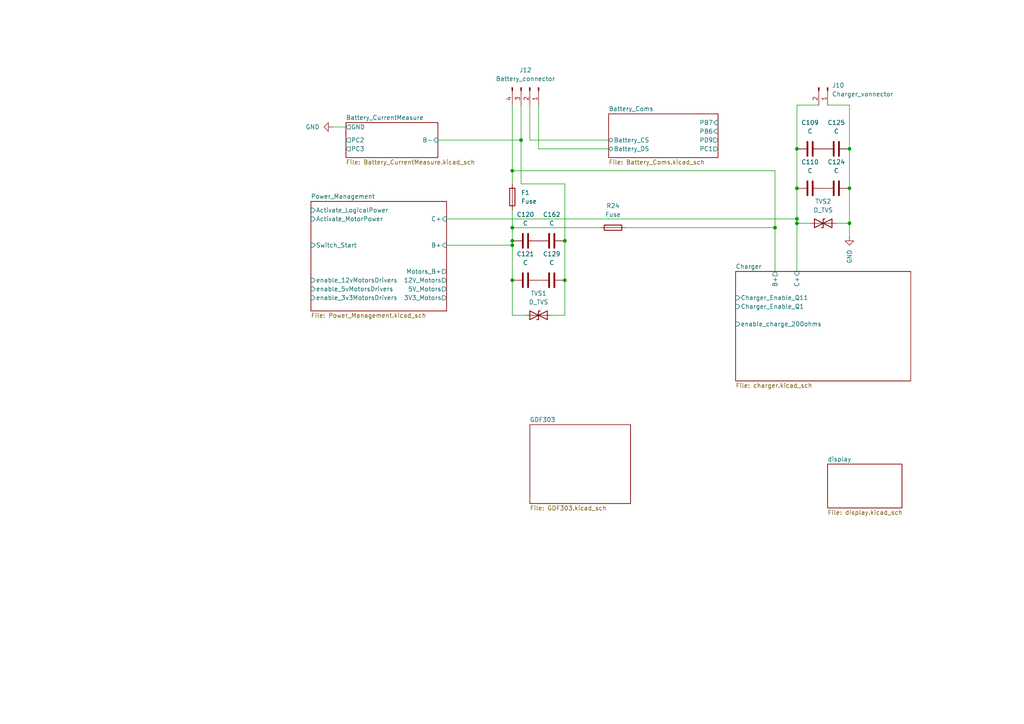
<source format=kicad_sch>
(kicad_sch (version 20211123) (generator eeschema)

  (uuid 03d16a62-8c32-43d3-9015-ab40a133cee3)

  (paper "A4")

  (lib_symbols
    (symbol "Connector:Conn_01x02_Male" (pin_names (offset 1.016) hide) (in_bom yes) (on_board yes)
      (property "Reference" "J" (id 0) (at 0 2.54 0)
        (effects (font (size 1.27 1.27)))
      )
      (property "Value" "Conn_01x02_Male" (id 1) (at 0 -5.08 0)
        (effects (font (size 1.27 1.27)))
      )
      (property "Footprint" "" (id 2) (at 0 0 0)
        (effects (font (size 1.27 1.27)) hide)
      )
      (property "Datasheet" "~" (id 3) (at 0 0 0)
        (effects (font (size 1.27 1.27)) hide)
      )
      (property "ki_keywords" "connector" (id 4) (at 0 0 0)
        (effects (font (size 1.27 1.27)) hide)
      )
      (property "ki_description" "Generic connector, single row, 01x02, script generated (kicad-library-utils/schlib/autogen/connector/)" (id 5) (at 0 0 0)
        (effects (font (size 1.27 1.27)) hide)
      )
      (property "ki_fp_filters" "Connector*:*_1x??_*" (id 6) (at 0 0 0)
        (effects (font (size 1.27 1.27)) hide)
      )
      (symbol "Conn_01x02_Male_1_1"
        (polyline
          (pts
            (xy 1.27 -2.54)
            (xy 0.8636 -2.54)
          )
          (stroke (width 0.1524) (type default) (color 0 0 0 0))
          (fill (type none))
        )
        (polyline
          (pts
            (xy 1.27 0)
            (xy 0.8636 0)
          )
          (stroke (width 0.1524) (type default) (color 0 0 0 0))
          (fill (type none))
        )
        (rectangle (start 0.8636 -2.413) (end 0 -2.667)
          (stroke (width 0.1524) (type default) (color 0 0 0 0))
          (fill (type outline))
        )
        (rectangle (start 0.8636 0.127) (end 0 -0.127)
          (stroke (width 0.1524) (type default) (color 0 0 0 0))
          (fill (type outline))
        )
        (pin passive line (at 5.08 0 180) (length 3.81)
          (name "Pin_1" (effects (font (size 1.27 1.27))))
          (number "1" (effects (font (size 1.27 1.27))))
        )
        (pin passive line (at 5.08 -2.54 180) (length 3.81)
          (name "Pin_2" (effects (font (size 1.27 1.27))))
          (number "2" (effects (font (size 1.27 1.27))))
        )
      )
    )
    (symbol "Connector:Conn_01x04_Male" (pin_names (offset 1.016) hide) (in_bom yes) (on_board yes)
      (property "Reference" "J" (id 0) (at 0 5.08 0)
        (effects (font (size 1.27 1.27)))
      )
      (property "Value" "Conn_01x04_Male" (id 1) (at 0 -7.62 0)
        (effects (font (size 1.27 1.27)))
      )
      (property "Footprint" "" (id 2) (at 0 0 0)
        (effects (font (size 1.27 1.27)) hide)
      )
      (property "Datasheet" "~" (id 3) (at 0 0 0)
        (effects (font (size 1.27 1.27)) hide)
      )
      (property "ki_keywords" "connector" (id 4) (at 0 0 0)
        (effects (font (size 1.27 1.27)) hide)
      )
      (property "ki_description" "Generic connector, single row, 01x04, script generated (kicad-library-utils/schlib/autogen/connector/)" (id 5) (at 0 0 0)
        (effects (font (size 1.27 1.27)) hide)
      )
      (property "ki_fp_filters" "Connector*:*_1x??_*" (id 6) (at 0 0 0)
        (effects (font (size 1.27 1.27)) hide)
      )
      (symbol "Conn_01x04_Male_1_1"
        (polyline
          (pts
            (xy 1.27 -5.08)
            (xy 0.8636 -5.08)
          )
          (stroke (width 0.1524) (type default) (color 0 0 0 0))
          (fill (type none))
        )
        (polyline
          (pts
            (xy 1.27 -2.54)
            (xy 0.8636 -2.54)
          )
          (stroke (width 0.1524) (type default) (color 0 0 0 0))
          (fill (type none))
        )
        (polyline
          (pts
            (xy 1.27 0)
            (xy 0.8636 0)
          )
          (stroke (width 0.1524) (type default) (color 0 0 0 0))
          (fill (type none))
        )
        (polyline
          (pts
            (xy 1.27 2.54)
            (xy 0.8636 2.54)
          )
          (stroke (width 0.1524) (type default) (color 0 0 0 0))
          (fill (type none))
        )
        (rectangle (start 0.8636 -4.953) (end 0 -5.207)
          (stroke (width 0.1524) (type default) (color 0 0 0 0))
          (fill (type outline))
        )
        (rectangle (start 0.8636 -2.413) (end 0 -2.667)
          (stroke (width 0.1524) (type default) (color 0 0 0 0))
          (fill (type outline))
        )
        (rectangle (start 0.8636 0.127) (end 0 -0.127)
          (stroke (width 0.1524) (type default) (color 0 0 0 0))
          (fill (type outline))
        )
        (rectangle (start 0.8636 2.667) (end 0 2.413)
          (stroke (width 0.1524) (type default) (color 0 0 0 0))
          (fill (type outline))
        )
        (pin passive line (at 5.08 2.54 180) (length 3.81)
          (name "Pin_1" (effects (font (size 1.27 1.27))))
          (number "1" (effects (font (size 1.27 1.27))))
        )
        (pin passive line (at 5.08 0 180) (length 3.81)
          (name "Pin_2" (effects (font (size 1.27 1.27))))
          (number "2" (effects (font (size 1.27 1.27))))
        )
        (pin passive line (at 5.08 -2.54 180) (length 3.81)
          (name "Pin_3" (effects (font (size 1.27 1.27))))
          (number "3" (effects (font (size 1.27 1.27))))
        )
        (pin passive line (at 5.08 -5.08 180) (length 3.81)
          (name "Pin_4" (effects (font (size 1.27 1.27))))
          (number "4" (effects (font (size 1.27 1.27))))
        )
      )
    )
    (symbol "Device:C" (pin_numbers hide) (pin_names (offset 0.254)) (in_bom yes) (on_board yes)
      (property "Reference" "C" (id 0) (at 0.635 2.54 0)
        (effects (font (size 1.27 1.27)) (justify left))
      )
      (property "Value" "C" (id 1) (at 0.635 -2.54 0)
        (effects (font (size 1.27 1.27)) (justify left))
      )
      (property "Footprint" "" (id 2) (at 0.9652 -3.81 0)
        (effects (font (size 1.27 1.27)) hide)
      )
      (property "Datasheet" "~" (id 3) (at 0 0 0)
        (effects (font (size 1.27 1.27)) hide)
      )
      (property "ki_keywords" "cap capacitor" (id 4) (at 0 0 0)
        (effects (font (size 1.27 1.27)) hide)
      )
      (property "ki_description" "Unpolarized capacitor" (id 5) (at 0 0 0)
        (effects (font (size 1.27 1.27)) hide)
      )
      (property "ki_fp_filters" "C_*" (id 6) (at 0 0 0)
        (effects (font (size 1.27 1.27)) hide)
      )
      (symbol "C_0_1"
        (polyline
          (pts
            (xy -2.032 -0.762)
            (xy 2.032 -0.762)
          )
          (stroke (width 0.508) (type default) (color 0 0 0 0))
          (fill (type none))
        )
        (polyline
          (pts
            (xy -2.032 0.762)
            (xy 2.032 0.762)
          )
          (stroke (width 0.508) (type default) (color 0 0 0 0))
          (fill (type none))
        )
      )
      (symbol "C_1_1"
        (pin passive line (at 0 3.81 270) (length 2.794)
          (name "~" (effects (font (size 1.27 1.27))))
          (number "1" (effects (font (size 1.27 1.27))))
        )
        (pin passive line (at 0 -3.81 90) (length 2.794)
          (name "~" (effects (font (size 1.27 1.27))))
          (number "2" (effects (font (size 1.27 1.27))))
        )
      )
    )
    (symbol "Device:D_TVS" (pin_numbers hide) (pin_names (offset 1.016) hide) (in_bom yes) (on_board yes)
      (property "Reference" "D" (id 0) (at 0 2.54 0)
        (effects (font (size 1.27 1.27)))
      )
      (property "Value" "D_TVS" (id 1) (at 0 -2.54 0)
        (effects (font (size 1.27 1.27)))
      )
      (property "Footprint" "" (id 2) (at 0 0 0)
        (effects (font (size 1.27 1.27)) hide)
      )
      (property "Datasheet" "~" (id 3) (at 0 0 0)
        (effects (font (size 1.27 1.27)) hide)
      )
      (property "ki_keywords" "diode TVS thyrector" (id 4) (at 0 0 0)
        (effects (font (size 1.27 1.27)) hide)
      )
      (property "ki_description" "Bidirectional transient-voltage-suppression diode" (id 5) (at 0 0 0)
        (effects (font (size 1.27 1.27)) hide)
      )
      (property "ki_fp_filters" "TO-???* *_Diode_* *SingleDiode* D_*" (id 6) (at 0 0 0)
        (effects (font (size 1.27 1.27)) hide)
      )
      (symbol "D_TVS_0_1"
        (polyline
          (pts
            (xy 1.27 0)
            (xy -1.27 0)
          )
          (stroke (width 0) (type default) (color 0 0 0 0))
          (fill (type none))
        )
        (polyline
          (pts
            (xy 0.508 1.27)
            (xy 0 1.27)
            (xy 0 -1.27)
            (xy -0.508 -1.27)
          )
          (stroke (width 0.254) (type default) (color 0 0 0 0))
          (fill (type none))
        )
        (polyline
          (pts
            (xy -2.54 1.27)
            (xy -2.54 -1.27)
            (xy 2.54 1.27)
            (xy 2.54 -1.27)
            (xy -2.54 1.27)
          )
          (stroke (width 0.254) (type default) (color 0 0 0 0))
          (fill (type none))
        )
      )
      (symbol "D_TVS_1_1"
        (pin passive line (at -3.81 0 0) (length 2.54)
          (name "A1" (effects (font (size 1.27 1.27))))
          (number "1" (effects (font (size 1.27 1.27))))
        )
        (pin passive line (at 3.81 0 180) (length 2.54)
          (name "A2" (effects (font (size 1.27 1.27))))
          (number "2" (effects (font (size 1.27 1.27))))
        )
      )
    )
    (symbol "Device:Fuse" (pin_numbers hide) (pin_names (offset 0)) (in_bom yes) (on_board yes)
      (property "Reference" "F" (id 0) (at 2.032 0 90)
        (effects (font (size 1.27 1.27)))
      )
      (property "Value" "Fuse" (id 1) (at -1.905 0 90)
        (effects (font (size 1.27 1.27)))
      )
      (property "Footprint" "" (id 2) (at -1.778 0 90)
        (effects (font (size 1.27 1.27)) hide)
      )
      (property "Datasheet" "~" (id 3) (at 0 0 0)
        (effects (font (size 1.27 1.27)) hide)
      )
      (property "ki_keywords" "fuse" (id 4) (at 0 0 0)
        (effects (font (size 1.27 1.27)) hide)
      )
      (property "ki_description" "Fuse" (id 5) (at 0 0 0)
        (effects (font (size 1.27 1.27)) hide)
      )
      (property "ki_fp_filters" "*Fuse*" (id 6) (at 0 0 0)
        (effects (font (size 1.27 1.27)) hide)
      )
      (symbol "Fuse_0_1"
        (rectangle (start -0.762 -2.54) (end 0.762 2.54)
          (stroke (width 0.254) (type default) (color 0 0 0 0))
          (fill (type none))
        )
        (polyline
          (pts
            (xy 0 2.54)
            (xy 0 -2.54)
          )
          (stroke (width 0) (type default) (color 0 0 0 0))
          (fill (type none))
        )
      )
      (symbol "Fuse_1_1"
        (pin passive line (at 0 3.81 270) (length 1.27)
          (name "~" (effects (font (size 1.27 1.27))))
          (number "1" (effects (font (size 1.27 1.27))))
        )
        (pin passive line (at 0 -3.81 90) (length 1.27)
          (name "~" (effects (font (size 1.27 1.27))))
          (number "2" (effects (font (size 1.27 1.27))))
        )
      )
    )
    (symbol "power:GND" (power) (pin_names (offset 0)) (in_bom yes) (on_board yes)
      (property "Reference" "#PWR" (id 0) (at 0 -6.35 0)
        (effects (font (size 1.27 1.27)) hide)
      )
      (property "Value" "GND" (id 1) (at 0 -3.81 0)
        (effects (font (size 1.27 1.27)))
      )
      (property "Footprint" "" (id 2) (at 0 0 0)
        (effects (font (size 1.27 1.27)) hide)
      )
      (property "Datasheet" "" (id 3) (at 0 0 0)
        (effects (font (size 1.27 1.27)) hide)
      )
      (property "ki_keywords" "power-flag" (id 4) (at 0 0 0)
        (effects (font (size 1.27 1.27)) hide)
      )
      (property "ki_description" "Power symbol creates a global label with name \"GND\" , ground" (id 5) (at 0 0 0)
        (effects (font (size 1.27 1.27)) hide)
      )
      (symbol "GND_0_1"
        (polyline
          (pts
            (xy 0 0)
            (xy 0 -1.27)
            (xy 1.27 -1.27)
            (xy 0 -2.54)
            (xy -1.27 -1.27)
            (xy 0 -1.27)
          )
          (stroke (width 0) (type default) (color 0 0 0 0))
          (fill (type none))
        )
      )
      (symbol "GND_1_1"
        (pin power_in line (at 0 0 270) (length 0) hide
          (name "GND" (effects (font (size 1.27 1.27))))
          (number "1" (effects (font (size 1.27 1.27))))
        )
      )
    )
  )

  (junction (at 148.59 49.53) (diameter 0) (color 0 0 0 0)
    (uuid 096de6d3-e673-4ac4-ad4e-915c29fa092c)
  )
  (junction (at 246.38 64.77) (diameter 0) (color 0 0 0 0)
    (uuid 13d9416d-58e9-48ad-b11f-99527df4720b)
  )
  (junction (at 224.79 66.04) (diameter 0) (color 0 0 0 0)
    (uuid 302937de-834c-4575-a4f3-f366e3268f2c)
  )
  (junction (at 231.14 43.18) (diameter 0) (color 0 0 0 0)
    (uuid 35dab8b3-bb09-4c14-88bd-f4c5f6746730)
  )
  (junction (at 231.14 54.61) (diameter 0) (color 0 0 0 0)
    (uuid 4ed4177c-7642-470e-9e76-be3647c506ab)
  )
  (junction (at 231.14 63.5) (diameter 0) (color 0 0 0 0)
    (uuid 53dce175-b07c-4da7-88b4-fb0ba7b4f6ce)
  )
  (junction (at 151.13 40.64) (diameter 0) (color 0 0 0 0)
    (uuid 72a8b487-4602-4304-a257-01c1372932c0)
  )
  (junction (at 163.83 69.85) (diameter 0) (color 0 0 0 0)
    (uuid 8f8f9bbf-e5f9-4198-a05c-b3b13c8703be)
  )
  (junction (at 246.38 54.61) (diameter 0) (color 0 0 0 0)
    (uuid a1f37d5f-6308-4b06-8e04-56366dc19068)
  )
  (junction (at 231.14 64.77) (diameter 0) (color 0 0 0 0)
    (uuid ad81898c-1d9b-4581-9a38-f768b15628de)
  )
  (junction (at 148.59 66.04) (diameter 0) (color 0 0 0 0)
    (uuid b6e2c50d-d7cc-4aa5-b149-3208b2ac505f)
  )
  (junction (at 148.59 81.28) (diameter 0) (color 0 0 0 0)
    (uuid c0a9fd66-68fa-4bfe-bddc-1691e242e043)
  )
  (junction (at 148.59 71.12) (diameter 0) (color 0 0 0 0)
    (uuid c61c22f7-038b-4bd8-843d-de261c43b656)
  )
  (junction (at 163.83 81.28) (diameter 0) (color 0 0 0 0)
    (uuid daae6699-61bd-4e1f-90f2-25d81b716c68)
  )
  (junction (at 148.59 69.85) (diameter 0) (color 0 0 0 0)
    (uuid e13cd837-2f45-4768-a890-688b9bb33d8e)
  )
  (junction (at 246.38 43.18) (diameter 0) (color 0 0 0 0)
    (uuid f430b71b-2d8a-43e4-8b3a-26ab20f23b67)
  )

  (wire (pts (xy 231.14 64.77) (xy 234.95 64.77))
    (stroke (width 0) (type default) (color 0 0 0 0))
    (uuid 05fe6f80-c8cf-4e2a-9d9d-bf503f7da468)
  )
  (wire (pts (xy 156.21 30.48) (xy 156.21 43.18))
    (stroke (width 0) (type default) (color 0 0 0 0))
    (uuid 1150f7c8-27f6-4c8d-b283-12f82d246ece)
  )
  (wire (pts (xy 246.38 43.18) (xy 246.38 54.61))
    (stroke (width 0) (type default) (color 0 0 0 0))
    (uuid 336f23dd-f9e2-45d4-b1dd-60a4de2202e7)
  )
  (wire (pts (xy 96.52 36.83) (xy 100.33 36.83))
    (stroke (width 0) (type default) (color 0 0 0 0))
    (uuid 387a11f0-5569-477d-9906-4d19d4d0d884)
  )
  (wire (pts (xy 181.61 66.04) (xy 224.79 66.04))
    (stroke (width 0) (type default) (color 0 0 0 0))
    (uuid 38faa0ac-ebc7-4a78-b9fa-2f88615233ac)
  )
  (wire (pts (xy 153.67 40.64) (xy 176.53 40.64))
    (stroke (width 0) (type default) (color 0 0 0 0))
    (uuid 41aacd8f-92da-4393-9dfe-339375e6bd8c)
  )
  (wire (pts (xy 231.14 30.48) (xy 231.14 43.18))
    (stroke (width 0) (type default) (color 0 0 0 0))
    (uuid 4c0ed14b-08ff-4294-aadb-e6ef0940486b)
  )
  (wire (pts (xy 148.59 81.28) (xy 148.59 71.12))
    (stroke (width 0) (type default) (color 0 0 0 0))
    (uuid 4d1b997e-4301-4f31-a2ac-199950f9d966)
  )
  (wire (pts (xy 153.67 30.48) (xy 153.67 40.64))
    (stroke (width 0) (type default) (color 0 0 0 0))
    (uuid 4dc48d3e-e345-46f0-a312-c7c3eb11db73)
  )
  (wire (pts (xy 156.21 43.18) (xy 176.53 43.18))
    (stroke (width 0) (type default) (color 0 0 0 0))
    (uuid 4ee1d75b-2274-40a2-84e1-b8865ee0c42b)
  )
  (wire (pts (xy 148.59 66.04) (xy 148.59 69.85))
    (stroke (width 0) (type default) (color 0 0 0 0))
    (uuid 518f6a15-fe31-466e-ae19-2ed7edf8a63b)
  )
  (wire (pts (xy 148.59 60.96) (xy 148.59 66.04))
    (stroke (width 0) (type default) (color 0 0 0 0))
    (uuid 555aceda-f7cf-4b1c-84c9-d702a52d5553)
  )
  (wire (pts (xy 231.14 54.61) (xy 231.14 63.5))
    (stroke (width 0) (type default) (color 0 0 0 0))
    (uuid 5cec09f3-d66f-49c8-acf1-5db576aa3c6a)
  )
  (wire (pts (xy 163.83 69.85) (xy 163.83 53.34))
    (stroke (width 0) (type default) (color 0 0 0 0))
    (uuid 61e07e06-3a0a-48fd-96f4-d2d816b4fc13)
  )
  (wire (pts (xy 163.83 81.28) (xy 163.83 91.44))
    (stroke (width 0) (type default) (color 0 0 0 0))
    (uuid 70fc459c-a8e5-41cc-b4bf-8a47c47ac155)
  )
  (wire (pts (xy 129.54 71.12) (xy 148.59 71.12))
    (stroke (width 0) (type default) (color 0 0 0 0))
    (uuid 73209971-f0d0-42cc-8338-8d679df1d682)
  )
  (wire (pts (xy 148.59 66.04) (xy 173.99 66.04))
    (stroke (width 0) (type default) (color 0 0 0 0))
    (uuid 76b6057e-7e5b-4023-8157-160d7a5d4a55)
  )
  (wire (pts (xy 148.59 49.53) (xy 224.79 49.53))
    (stroke (width 0) (type default) (color 0 0 0 0))
    (uuid 7a0e000f-3cd9-4753-b4c0-fbe218f7b839)
  )
  (wire (pts (xy 148.59 49.53) (xy 148.59 53.34))
    (stroke (width 0) (type default) (color 0 0 0 0))
    (uuid 7ab20038-0b1f-43b6-bce4-e70f9bcce1d4)
  )
  (wire (pts (xy 163.83 69.85) (xy 163.83 81.28))
    (stroke (width 0) (type default) (color 0 0 0 0))
    (uuid 7bc61b12-b544-4891-bf23-62144a553014)
  )
  (wire (pts (xy 246.38 43.18) (xy 246.38 30.48))
    (stroke (width 0) (type default) (color 0 0 0 0))
    (uuid 7d0559ab-b0eb-41fa-bb80-16dd18608497)
  )
  (wire (pts (xy 246.38 54.61) (xy 246.38 64.77))
    (stroke (width 0) (type default) (color 0 0 0 0))
    (uuid 7f6fc0d2-d891-419e-8e96-2c694ed67f2b)
  )
  (wire (pts (xy 129.54 63.5) (xy 231.14 63.5))
    (stroke (width 0) (type default) (color 0 0 0 0))
    (uuid 83106660-e470-45cf-80ca-2fa16aba8c49)
  )
  (wire (pts (xy 240.03 30.48) (xy 246.38 30.48))
    (stroke (width 0) (type default) (color 0 0 0 0))
    (uuid 8cf3f8c7-a898-4f8c-b411-f754c35ad5b0)
  )
  (wire (pts (xy 160.02 91.44) (xy 163.83 91.44))
    (stroke (width 0) (type default) (color 0 0 0 0))
    (uuid 92aef552-ad10-4a4b-a42f-0bef96d32b9a)
  )
  (wire (pts (xy 246.38 64.77) (xy 246.38 68.58))
    (stroke (width 0) (type default) (color 0 0 0 0))
    (uuid 95722498-c14e-4f70-a356-9b6464ad7020)
  )
  (wire (pts (xy 163.83 53.34) (xy 151.13 53.34))
    (stroke (width 0) (type default) (color 0 0 0 0))
    (uuid a48a35e2-5714-4752-9e02-2f49accdb400)
  )
  (wire (pts (xy 148.59 91.44) (xy 152.4 91.44))
    (stroke (width 0) (type default) (color 0 0 0 0))
    (uuid a8cabdf4-935b-485f-8e83-433294ac4412)
  )
  (wire (pts (xy 151.13 40.64) (xy 151.13 53.34))
    (stroke (width 0) (type default) (color 0 0 0 0))
    (uuid b471c79b-08a0-45eb-b627-d896e7e3d467)
  )
  (wire (pts (xy 231.14 63.5) (xy 231.14 64.77))
    (stroke (width 0) (type default) (color 0 0 0 0))
    (uuid ba33b4ed-af61-4739-8fe9-7125b291eb66)
  )
  (wire (pts (xy 242.57 64.77) (xy 246.38 64.77))
    (stroke (width 0) (type default) (color 0 0 0 0))
    (uuid bd764c04-5b88-48ea-a452-68ac4d0bf315)
  )
  (wire (pts (xy 231.14 43.18) (xy 231.14 54.61))
    (stroke (width 0) (type default) (color 0 0 0 0))
    (uuid bd9b8e5e-7383-4733-9ec7-991860b0853e)
  )
  (wire (pts (xy 224.79 66.04) (xy 224.79 78.74))
    (stroke (width 0) (type default) (color 0 0 0 0))
    (uuid c99ad52d-1723-472a-a946-492e29bc9ec7)
  )
  (wire (pts (xy 148.59 71.12) (xy 148.59 69.85))
    (stroke (width 0) (type default) (color 0 0 0 0))
    (uuid d04052e6-f098-44c5-af67-f93e81418750)
  )
  (wire (pts (xy 224.79 49.53) (xy 224.79 66.04))
    (stroke (width 0) (type default) (color 0 0 0 0))
    (uuid d10e4e02-66c0-4c96-8f8b-8c615b271d95)
  )
  (wire (pts (xy 231.14 64.77) (xy 231.14 78.74))
    (stroke (width 0) (type default) (color 0 0 0 0))
    (uuid d5c52c72-be89-44a6-aec4-dbb30b4a8944)
  )
  (wire (pts (xy 151.13 40.64) (xy 151.13 30.48))
    (stroke (width 0) (type default) (color 0 0 0 0))
    (uuid da316cfb-ddb9-4094-8e76-55d56c8e6d71)
  )
  (wire (pts (xy 148.59 30.48) (xy 148.59 49.53))
    (stroke (width 0) (type default) (color 0 0 0 0))
    (uuid e616b810-7ff6-4b81-9eb2-338b32c7a1dd)
  )
  (wire (pts (xy 148.59 81.28) (xy 148.59 91.44))
    (stroke (width 0) (type default) (color 0 0 0 0))
    (uuid f3b2405a-532c-4b0c-8fa5-05837c7318ea)
  )
  (wire (pts (xy 127 40.64) (xy 151.13 40.64))
    (stroke (width 0) (type default) (color 0 0 0 0))
    (uuid f5b0828b-ef78-4f4a-963f-0301f1013216)
  )
  (wire (pts (xy 231.14 30.48) (xy 237.49 30.48))
    (stroke (width 0) (type default) (color 0 0 0 0))
    (uuid fcf14cb5-2572-40be-b922-23e0b29e3662)
  )

  (symbol (lib_id "power:GND") (at 96.52 36.83 270) (unit 1)
    (in_bom yes) (on_board yes) (fields_autoplaced)
    (uuid 1f5ccfaf-e57c-49dc-a84c-f97d6ce82bd2)
    (property "Reference" "#PWR?" (id 0) (at 90.17 36.83 0)
      (effects (font (size 1.27 1.27)) hide)
    )
    (property "Value" "GND" (id 1) (at 92.71 36.8299 90)
      (effects (font (size 1.27 1.27)) (justify right))
    )
    (property "Footprint" "" (id 2) (at 96.52 36.83 0)
      (effects (font (size 1.27 1.27)) hide)
    )
    (property "Datasheet" "" (id 3) (at 96.52 36.83 0)
      (effects (font (size 1.27 1.27)) hide)
    )
    (pin "1" (uuid 7c638456-7328-4b00-a79f-9ca69a6bf806))
  )

  (symbol (lib_id "Connector:Conn_01x04_Male") (at 153.67 25.4 270) (unit 1)
    (in_bom yes) (on_board yes) (fields_autoplaced)
    (uuid 2acf689a-1edd-4d3a-be5d-6661004097e1)
    (property "Reference" "J12" (id 0) (at 152.4 20.32 90))
    (property "Value" "Battery_connector" (id 1) (at 152.4 22.86 90))
    (property "Footprint" "" (id 2) (at 153.67 25.4 0)
      (effects (font (size 1.27 1.27)) hide)
    )
    (property "Datasheet" "~" (id 3) (at 153.67 25.4 0)
      (effects (font (size 1.27 1.27)) hide)
    )
    (pin "1" (uuid 9db37d5f-69a1-4a14-a093-17e3cae35e04))
    (pin "2" (uuid bdad7069-2c9d-4045-b5fe-48492a9a83d8))
    (pin "3" (uuid 239dfbfa-7b59-49ae-94c0-665456f5e19a))
    (pin "4" (uuid 41c8d025-c842-42d0-9549-c6b732234d1b))
  )

  (symbol (lib_id "Device:D_TVS") (at 238.76 64.77 0) (unit 1)
    (in_bom yes) (on_board yes) (fields_autoplaced)
    (uuid 55ed8671-6e72-4891-bab4-ccff2c2c6c83)
    (property "Reference" "TVS2" (id 0) (at 238.76 58.42 0))
    (property "Value" "D_TVS" (id 1) (at 238.76 60.96 0))
    (property "Footprint" "" (id 2) (at 238.76 64.77 0)
      (effects (font (size 1.27 1.27)) hide)
    )
    (property "Datasheet" "~" (id 3) (at 238.76 64.77 0)
      (effects (font (size 1.27 1.27)) hide)
    )
    (pin "1" (uuid ec4f5c28-e6b8-438a-95f6-d5d1da86abd8))
    (pin "2" (uuid 9ae308b9-8217-42e5-b13b-cc70ef88cfdc))
  )

  (symbol (lib_id "Device:D_TVS") (at 156.21 91.44 0) (unit 1)
    (in_bom yes) (on_board yes) (fields_autoplaced)
    (uuid 637a2fe8-8c6f-4726-b21a-b9ba71a7a04b)
    (property "Reference" "TVS1" (id 0) (at 156.21 85.09 0))
    (property "Value" "D_TVS" (id 1) (at 156.21 87.63 0))
    (property "Footprint" "" (id 2) (at 156.21 91.44 0)
      (effects (font (size 1.27 1.27)) hide)
    )
    (property "Datasheet" "~" (id 3) (at 156.21 91.44 0)
      (effects (font (size 1.27 1.27)) hide)
    )
    (pin "1" (uuid f0b550cc-b735-41df-9c25-d53beea5dee7))
    (pin "2" (uuid 2ed5f753-a369-4a68-9626-16d91dd40682))
  )

  (symbol (lib_id "Device:C") (at 152.4 81.28 90) (unit 1)
    (in_bom yes) (on_board yes) (fields_autoplaced)
    (uuid 66fb7b2d-b840-4f6a-a145-ad9a5ebef322)
    (property "Reference" "C121" (id 0) (at 152.4 73.66 90))
    (property "Value" "C" (id 1) (at 152.4 76.2 90))
    (property "Footprint" "" (id 2) (at 156.21 80.3148 0)
      (effects (font (size 1.27 1.27)) hide)
    )
    (property "Datasheet" "~" (id 3) (at 152.4 81.28 0)
      (effects (font (size 1.27 1.27)) hide)
    )
    (pin "1" (uuid f6fca802-bac7-46ef-b8b6-652f5a8f90bc))
    (pin "2" (uuid 0c66e646-5325-47f4-94df-044a05f4de05))
  )

  (symbol (lib_id "Device:Fuse") (at 177.8 66.04 90) (unit 1)
    (in_bom yes) (on_board yes) (fields_autoplaced)
    (uuid 6808c87d-38c8-4e1b-ab33-b73ec9d2beaf)
    (property "Reference" "R24" (id 0) (at 177.8 59.69 90))
    (property "Value" "Fuse" (id 1) (at 177.8 62.23 90))
    (property "Footprint" "" (id 2) (at 177.8 67.818 90)
      (effects (font (size 1.27 1.27)) hide)
    )
    (property "Datasheet" "~" (id 3) (at 177.8 66.04 0)
      (effects (font (size 1.27 1.27)) hide)
    )
    (pin "1" (uuid f499be39-7c62-4a16-930c-e12f202dc9af))
    (pin "2" (uuid c8cbb46a-9f82-4a9c-bf8a-3b244d20bd89))
  )

  (symbol (lib_id "Device:C") (at 242.57 54.61 90) (unit 1)
    (in_bom yes) (on_board yes) (fields_autoplaced)
    (uuid 7448c020-5661-4ad8-8fcc-38bc9f39beb2)
    (property "Reference" "C124" (id 0) (at 242.57 46.99 90))
    (property "Value" "C" (id 1) (at 242.57 49.53 90))
    (property "Footprint" "" (id 2) (at 246.38 53.6448 0)
      (effects (font (size 1.27 1.27)) hide)
    )
    (property "Datasheet" "~" (id 3) (at 242.57 54.61 0)
      (effects (font (size 1.27 1.27)) hide)
    )
    (pin "1" (uuid ba27730b-e4fc-4732-a87b-6109bf76c366))
    (pin "2" (uuid c9883e65-fa77-4174-9a08-cc30796c0532))
  )

  (symbol (lib_id "Device:C") (at 234.95 43.18 90) (unit 1)
    (in_bom yes) (on_board yes) (fields_autoplaced)
    (uuid 7c71199c-0f10-4dc3-8c1c-d8302d6d30c0)
    (property "Reference" "C109" (id 0) (at 234.95 35.56 90))
    (property "Value" "C" (id 1) (at 234.95 38.1 90))
    (property "Footprint" "" (id 2) (at 238.76 42.2148 0)
      (effects (font (size 1.27 1.27)) hide)
    )
    (property "Datasheet" "~" (id 3) (at 234.95 43.18 0)
      (effects (font (size 1.27 1.27)) hide)
    )
    (pin "1" (uuid f53b7dc5-6c98-4a59-bbc4-8d5611a39695))
    (pin "2" (uuid 1d52f433-aab7-471b-a515-9ca4488227e3))
  )

  (symbol (lib_id "Device:C") (at 234.95 54.61 90) (unit 1)
    (in_bom yes) (on_board yes) (fields_autoplaced)
    (uuid 97e88582-f5e0-450e-bea9-52f2c16d1ccc)
    (property "Reference" "C110" (id 0) (at 234.95 46.99 90))
    (property "Value" "C" (id 1) (at 234.95 49.53 90))
    (property "Footprint" "" (id 2) (at 238.76 53.6448 0)
      (effects (font (size 1.27 1.27)) hide)
    )
    (property "Datasheet" "~" (id 3) (at 234.95 54.61 0)
      (effects (font (size 1.27 1.27)) hide)
    )
    (pin "1" (uuid aad32637-2d74-482d-b797-eb9f9af02684))
    (pin "2" (uuid 21fe0cf9-a3a7-42dd-8bce-2a016db40f1f))
  )

  (symbol (lib_id "Device:C") (at 160.02 69.85 90) (unit 1)
    (in_bom yes) (on_board yes) (fields_autoplaced)
    (uuid 9cecb452-96c9-4c74-a2d3-2abd7afbe47d)
    (property "Reference" "C162" (id 0) (at 160.02 62.23 90))
    (property "Value" "C" (id 1) (at 160.02 64.77 90))
    (property "Footprint" "" (id 2) (at 163.83 68.8848 0)
      (effects (font (size 1.27 1.27)) hide)
    )
    (property "Datasheet" "~" (id 3) (at 160.02 69.85 0)
      (effects (font (size 1.27 1.27)) hide)
    )
    (pin "1" (uuid d3172e26-df15-4687-b43d-f627737de1b8))
    (pin "2" (uuid e3319a0f-1e5b-4868-95bf-86701df698f7))
  )

  (symbol (lib_id "Device:C") (at 152.4 69.85 90) (unit 1)
    (in_bom yes) (on_board yes) (fields_autoplaced)
    (uuid a047bf02-3f1b-451a-9848-c960d360a67d)
    (property "Reference" "C120" (id 0) (at 152.4 62.23 90))
    (property "Value" "C" (id 1) (at 152.4 64.77 90))
    (property "Footprint" "" (id 2) (at 156.21 68.8848 0)
      (effects (font (size 1.27 1.27)) hide)
    )
    (property "Datasheet" "~" (id 3) (at 152.4 69.85 0)
      (effects (font (size 1.27 1.27)) hide)
    )
    (pin "1" (uuid 6b3da16b-baa0-4e25-987e-bd59d807f178))
    (pin "2" (uuid df5e8022-2acb-45d2-bb94-2b78c419d789))
  )

  (symbol (lib_id "Device:C") (at 242.57 43.18 90) (unit 1)
    (in_bom yes) (on_board yes) (fields_autoplaced)
    (uuid b1fa95a8-6e58-4533-8abe-01ca5a4d1d91)
    (property "Reference" "C125" (id 0) (at 242.57 35.56 90))
    (property "Value" "C" (id 1) (at 242.57 38.1 90))
    (property "Footprint" "" (id 2) (at 246.38 42.2148 0)
      (effects (font (size 1.27 1.27)) hide)
    )
    (property "Datasheet" "~" (id 3) (at 242.57 43.18 0)
      (effects (font (size 1.27 1.27)) hide)
    )
    (pin "1" (uuid 9a523f77-d1be-48b1-97dc-e05cbdb72bb6))
    (pin "2" (uuid 85e7b3b4-fcfc-4d52-a30c-7ece404a818f))
  )

  (symbol (lib_id "Connector:Conn_01x02_Male") (at 240.03 25.4 270) (unit 1)
    (in_bom yes) (on_board yes) (fields_autoplaced)
    (uuid cda0961e-553c-4a26-8fb0-f7707341885c)
    (property "Reference" "J10" (id 0) (at 241.3 24.7649 90)
      (effects (font (size 1.27 1.27)) (justify left))
    )
    (property "Value" "Charger_vonnector" (id 1) (at 241.3 27.3049 90)
      (effects (font (size 1.27 1.27)) (justify left))
    )
    (property "Footprint" "" (id 2) (at 240.03 25.4 0)
      (effects (font (size 1.27 1.27)) hide)
    )
    (property "Datasheet" "~" (id 3) (at 240.03 25.4 0)
      (effects (font (size 1.27 1.27)) hide)
    )
    (pin "1" (uuid 065aa0c3-4e6e-4a7a-8b6e-390e2c435b5a))
    (pin "2" (uuid f9af7b3b-f861-4a1e-8d00-d268c3acdbc5))
  )

  (symbol (lib_id "Device:C") (at 160.02 81.28 90) (unit 1)
    (in_bom yes) (on_board yes) (fields_autoplaced)
    (uuid db46a86c-0208-4561-855b-9ba278020995)
    (property "Reference" "C129" (id 0) (at 160.02 73.66 90))
    (property "Value" "C" (id 1) (at 160.02 76.2 90))
    (property "Footprint" "" (id 2) (at 163.83 80.3148 0)
      (effects (font (size 1.27 1.27)) hide)
    )
    (property "Datasheet" "~" (id 3) (at 160.02 81.28 0)
      (effects (font (size 1.27 1.27)) hide)
    )
    (pin "1" (uuid dbe5345d-d37b-4068-8155-9d5292e29609))
    (pin "2" (uuid 1c7fee20-e4a7-4fa8-b515-215398404389))
  )

  (symbol (lib_id "power:GND") (at 246.38 68.58 0) (unit 1)
    (in_bom yes) (on_board yes) (fields_autoplaced)
    (uuid dff38975-e3f3-4542-b08a-4e5ef670e805)
    (property "Reference" "#PWR?" (id 0) (at 246.38 74.93 0)
      (effects (font (size 1.27 1.27)) hide)
    )
    (property "Value" "GND" (id 1) (at 246.3799 72.39 90)
      (effects (font (size 1.27 1.27)) (justify right))
    )
    (property "Footprint" "" (id 2) (at 246.38 68.58 0)
      (effects (font (size 1.27 1.27)) hide)
    )
    (property "Datasheet" "" (id 3) (at 246.38 68.58 0)
      (effects (font (size 1.27 1.27)) hide)
    )
    (pin "1" (uuid 08db28db-b9e1-4c61-9b85-ffec7d109bed))
  )

  (symbol (lib_id "Device:Fuse") (at 148.59 57.15 0) (unit 1)
    (in_bom yes) (on_board yes) (fields_autoplaced)
    (uuid fbe08cc3-d483-4e9c-af1e-f3dc961ad8a2)
    (property "Reference" "F1" (id 0) (at 151.13 55.8799 0)
      (effects (font (size 1.27 1.27)) (justify left))
    )
    (property "Value" "Fuse" (id 1) (at 151.13 58.4199 0)
      (effects (font (size 1.27 1.27)) (justify left))
    )
    (property "Footprint" "" (id 2) (at 146.812 57.15 90)
      (effects (font (size 1.27 1.27)) hide)
    )
    (property "Datasheet" "~" (id 3) (at 148.59 57.15 0)
      (effects (font (size 1.27 1.27)) hide)
    )
    (pin "1" (uuid 33a86d79-8f04-4616-84eb-5c583a26f501))
    (pin "2" (uuid e268a307-9c74-44c0-9dc2-e297f08f3038))
  )

  (sheet (at 213.36 78.74) (size 50.8 31.75) (fields_autoplaced)
    (stroke (width 0.1524) (type solid) (color 0 0 0 0))
    (fill (color 0 0 0 0.0000))
    (uuid 3781f904-ad5d-4556-95d7-56a61e8f160b)
    (property "Sheet name" "Charger" (id 0) (at 213.36 78.0284 0)
      (effects (font (size 1.27 1.27)) (justify left bottom))
    )
    (property "Sheet file" "charger.kicad_sch" (id 1) (at 213.36 111.0746 0)
      (effects (font (size 1.27 1.27)) (justify left top))
    )
    (pin "C+" input (at 231.14 78.74 90)
      (effects (font (size 1.27 1.27)) (justify right))
      (uuid 9d5ec711-ca79-4ef0-99ac-21a58f79868e)
    )
    (pin "Charger_Enable_Q11" input (at 213.36 86.36 180)
      (effects (font (size 1.27 1.27)) (justify left))
      (uuid fa129b25-0afe-4377-a8c4-cde56d730b22)
    )
    (pin "Charger_Enable_Q1" input (at 213.36 88.9 180)
      (effects (font (size 1.27 1.27)) (justify left))
      (uuid 51bbebe2-d022-46b8-9e74-edcbdf9ff9ac)
    )
    (pin "B+" output (at 224.79 78.74 90)
      (effects (font (size 1.27 1.27)) (justify right))
      (uuid 9b2aaee2-8669-49ce-b89a-f53d65640a96)
    )
    (pin "enable_charge_200ohms" input (at 213.36 93.98 180)
      (effects (font (size 1.27 1.27)) (justify left))
      (uuid df64c8e5-7898-4bb8-aa8e-ff5b0c4dd6f8)
    )
  )

  (sheet (at 176.53 33.02) (size 31.75 12.7) (fields_autoplaced)
    (stroke (width 0.1524) (type solid) (color 0 0 0 0))
    (fill (color 0 0 0 0.0000))
    (uuid 847adbff-afbd-4674-85be-06aa9dbd836d)
    (property "Sheet name" "Battery_Coms" (id 0) (at 176.53 32.3084 0)
      (effects (font (size 1.27 1.27)) (justify left bottom))
    )
    (property "Sheet file" "Battery_Coms.kicad_sch" (id 1) (at 176.53 46.3046 0)
      (effects (font (size 1.27 1.27)) (justify left top))
    )
    (pin "Battery_DS" bidirectional (at 176.53 43.18 180)
      (effects (font (size 1.27 1.27)) (justify left))
      (uuid 81e2cf83-d8ab-40f0-8fe0-617c51818079)
    )
    (pin "Battery_CS" bidirectional (at 176.53 40.64 180)
      (effects (font (size 1.27 1.27)) (justify left))
      (uuid 0d597c30-3c18-4948-9c73-bc18f9cce5af)
    )
    (pin "PC1" output (at 208.28 43.18 0)
      (effects (font (size 1.27 1.27)) (justify right))
      (uuid 61e7a1fc-2b50-49ab-b799-16447b439a90)
    )
    (pin "PD9" output (at 208.28 40.64 0)
      (effects (font (size 1.27 1.27)) (justify right))
      (uuid 1e657f4e-4a68-46f2-91c9-d3c20cd2d93f)
    )
    (pin "PB6" input (at 208.28 38.1 0)
      (effects (font (size 1.27 1.27)) (justify right))
      (uuid 31668953-f21d-4418-b68e-430cd99511b9)
    )
    (pin "PB7" input (at 208.28 35.56 0)
      (effects (font (size 1.27 1.27)) (justify right))
      (uuid 9593ae51-2d40-4f5d-887a-1d25040143c8)
    )
  )

  (sheet (at 90.17 58.42) (size 39.37 31.75) (fields_autoplaced)
    (stroke (width 0.1524) (type solid) (color 0 0 0 0))
    (fill (color 0 0 0 0.0000))
    (uuid 8f2bab61-d01d-427f-9eab-8e37d8f69227)
    (property "Sheet name" "Power_Management" (id 0) (at 90.17 57.7084 0)
      (effects (font (size 1.27 1.27)) (justify left bottom))
    )
    (property "Sheet file" "Power_Management.kicad_sch" (id 1) (at 90.17 90.7546 0)
      (effects (font (size 1.27 1.27)) (justify left top))
    )
    (pin "B+" input (at 129.54 71.12 0)
      (effects (font (size 1.27 1.27)) (justify right))
      (uuid 6fe8f43f-99f6-4e8d-b17c-57d88e3288cc)
    )
    (pin "C+" input (at 129.54 63.5 0)
      (effects (font (size 1.27 1.27)) (justify right))
      (uuid 4e8326de-da64-4554-8fda-c865f9a0a3b5)
    )
    (pin "Activate_LogicalPower" input (at 90.17 60.96 180)
      (effects (font (size 1.27 1.27)) (justify left))
      (uuid 05c2b2cf-ecf8-4603-88d8-8b213d884aff)
    )
    (pin "Activate_MotorPower" input (at 90.17 63.5 180)
      (effects (font (size 1.27 1.27)) (justify left))
      (uuid fe14a9f1-20c7-4dec-a18e-a95f42503284)
    )
    (pin "Motors_B+" output (at 129.54 78.74 0)
      (effects (font (size 1.27 1.27)) (justify right))
      (uuid 17818552-8fff-423c-89b0-e23f4a46ee37)
    )
    (pin "Switch_Start" input (at 90.17 71.12 180)
      (effects (font (size 1.27 1.27)) (justify left))
      (uuid 6c13f28b-81b0-47d9-8891-aa084e794a0f)
    )
    (pin "enable_5vMotorsDrivers" input (at 90.17 83.82 180)
      (effects (font (size 1.27 1.27)) (justify left))
      (uuid b43435c6-1fc7-49cc-a379-1f7ca5ad243e)
    )
    (pin "enable_12vMotorsDrivers" input (at 90.17 81.28 180)
      (effects (font (size 1.27 1.27)) (justify left))
      (uuid 6e77e16d-0e4e-41fc-ba21-f50a3261de6b)
    )
    (pin "12V_Motors" output (at 129.54 81.28 0)
      (effects (font (size 1.27 1.27)) (justify right))
      (uuid b134e2ac-ad2d-419b-b019-2a387ca7d3c2)
    )
    (pin "5V_Motors" output (at 129.54 83.82 0)
      (effects (font (size 1.27 1.27)) (justify right))
      (uuid d5c7c898-a5d3-439e-bcda-5892ecd17f5a)
    )
    (pin "3V3_Motors" output (at 129.54 86.36 0)
      (effects (font (size 1.27 1.27)) (justify right))
      (uuid 247b685b-cbbb-485e-93c7-ec3d9a31e1d3)
    )
    (pin "enable_3v3MotorsDrivers" input (at 90.17 86.36 180)
      (effects (font (size 1.27 1.27)) (justify left))
      (uuid 3b703306-47e7-4765-a471-6cd490b5a489)
    )
  )

  (sheet (at 153.67 123.19) (size 29.21 22.86) (fields_autoplaced)
    (stroke (width 0.1524) (type solid) (color 0 0 0 0))
    (fill (color 0 0 0 0.0000))
    (uuid 963aece7-0a83-44d7-8a61-91c63a3a953e)
    (property "Sheet name" "GDF303" (id 0) (at 153.67 122.4784 0)
      (effects (font (size 1.27 1.27)) (justify left bottom))
    )
    (property "Sheet file" "GDF303.kicad_sch" (id 1) (at 153.67 146.6346 0)
      (effects (font (size 1.27 1.27)) (justify left top))
    )
  )

  (sheet (at 240.03 134.62) (size 21.59 12.7) (fields_autoplaced)
    (stroke (width 0.1524) (type solid) (color 0 0 0 0))
    (fill (color 0 0 0 0.0000))
    (uuid ae4a35fa-7e4b-4182-8478-3d989711b3c1)
    (property "Sheet name" "display" (id 0) (at 240.03 133.9084 0)
      (effects (font (size 1.27 1.27)) (justify left bottom))
    )
    (property "Sheet file" "display.kicad_sch" (id 1) (at 240.03 147.9046 0)
      (effects (font (size 1.27 1.27)) (justify left top))
    )
  )

  (sheet (at 100.33 35.56) (size 26.67 10.16) (fields_autoplaced)
    (stroke (width 0.1524) (type solid) (color 0 0 0 0))
    (fill (color 0 0 0 0.0000))
    (uuid dd700048-bd7c-4480-acf7-1a61a472ed87)
    (property "Sheet name" "Battery_CurrentMeasure" (id 0) (at 100.33 34.8484 0)
      (effects (font (size 1.27 1.27)) (justify left bottom))
    )
    (property "Sheet file" "Battery_CurrentMeasure.kicad_sch" (id 1) (at 100.33 46.3046 0)
      (effects (font (size 1.27 1.27)) (justify left top))
    )
    (pin "GND" output (at 100.33 36.83 180)
      (effects (font (size 1.27 1.27)) (justify left))
      (uuid 5a867424-f44b-4bfd-8b92-c2efeb62a8f4)
    )
    (pin "B-" input (at 127 40.64 0)
      (effects (font (size 1.27 1.27)) (justify right))
      (uuid 072e8705-70a3-4ae4-ade3-4402eb7ab1c4)
    )
    (pin "PC2" output (at 100.33 40.64 180)
      (effects (font (size 1.27 1.27)) (justify left))
      (uuid 7d582845-68db-4356-b794-06f8bd3b4175)
    )
    (pin "PC3" output (at 100.33 43.18 180)
      (effects (font (size 1.27 1.27)) (justify left))
      (uuid 2ae44400-c7f4-4b7a-802e-7192781b940d)
    )
  )

  (sheet_instances
    (path "/" (page "1"))
    (path "/963aece7-0a83-44d7-8a61-91c63a3a953e" (page "2"))
    (path "/847adbff-afbd-4674-85be-06aa9dbd836d" (page "3"))
    (path "/dd700048-bd7c-4480-acf7-1a61a472ed87" (page "4"))
    (path "/8f2bab61-d01d-427f-9eab-8e37d8f69227" (page "5"))
    (path "/3781f904-ad5d-4556-95d7-56a61e8f160b" (page "6"))
    (path "/ae4a35fa-7e4b-4182-8478-3d989711b3c1" (page "7"))
  )

  (symbol_instances
    (path "/8f2bab61-d01d-427f-9eab-8e37d8f69227/0ac66b50-b5fb-4537-8286-f25e1e108a40"
      (reference "#PWR?") (unit 1) (value "GND") (footprint "")
    )
    (path "/847adbff-afbd-4674-85be-06aa9dbd836d/0afc4c0d-f594-47f3-a4ee-b8854f710eb8"
      (reference "#PWR?") (unit 1) (value "GND") (footprint "")
    )
    (path "/8f2bab61-d01d-427f-9eab-8e37d8f69227/118a3f1b-4f5c-40ec-92b2-22cc9f10a66a"
      (reference "#PWR?") (unit 1) (value "+5V") (footprint "")
    )
    (path "/8f2bab61-d01d-427f-9eab-8e37d8f69227/13c73bed-bba2-4f7d-924f-c19a135277cf"
      (reference "#PWR?") (unit 1) (value "+3.3V") (footprint "")
    )
    (path "/847adbff-afbd-4674-85be-06aa9dbd836d/14549eb9-d96a-40af-a066-712efe8a7112"
      (reference "#PWR?") (unit 1) (value "GND") (footprint "")
    )
    (path "/847adbff-afbd-4674-85be-06aa9dbd836d/15a32296-abc0-4ca6-8784-694ef150ec57"
      (reference "#PWR?") (unit 1) (value "+5V") (footprint "")
    )
    (path "/8f2bab61-d01d-427f-9eab-8e37d8f69227/1c5e0646-f654-4290-a5a6-86b165d0e316"
      (reference "#PWR?") (unit 1) (value "GND") (footprint "")
    )
    (path "/8f2bab61-d01d-427f-9eab-8e37d8f69227/1cf97efb-952b-44da-92f2-650f6d97e923"
      (reference "#PWR?") (unit 1) (value "+12V") (footprint "")
    )
    (path "/1f5ccfaf-e57c-49dc-a84c-f97d6ce82bd2"
      (reference "#PWR?") (unit 1) (value "GND") (footprint "")
    )
    (path "/8f2bab61-d01d-427f-9eab-8e37d8f69227/2f6086e5-7b8d-4ab4-9b56-ac56d00a8d32"
      (reference "#PWR?") (unit 1) (value "GND") (footprint "")
    )
    (path "/ae4a35fa-7e4b-4182-8478-3d989711b3c1/30688889-b02e-4c0c-8ffb-16ef7d71621f"
      (reference "#PWR?") (unit 1) (value "+3.3V") (footprint "")
    )
    (path "/3781f904-ad5d-4556-95d7-56a61e8f160b/35d84a78-23a5-48d7-85f8-7023711cf44d"
      (reference "#PWR?") (unit 1) (value "+3.3V") (footprint "")
    )
    (path "/847adbff-afbd-4674-85be-06aa9dbd836d/3e3298eb-5b8a-41b9-9387-f4ecd8224f86"
      (reference "#PWR?") (unit 1) (value "+3.3V") (footprint "")
    )
    (path "/8f2bab61-d01d-427f-9eab-8e37d8f69227/3fe4b88e-bf70-403a-8b09-1054e2a2535b"
      (reference "#PWR?") (unit 1) (value "GND") (footprint "")
    )
    (path "/ae4a35fa-7e4b-4182-8478-3d989711b3c1/4d804ff5-36c4-4302-ba81-154a5606735b"
      (reference "#PWR?") (unit 1) (value "GND") (footprint "")
    )
    (path "/3781f904-ad5d-4556-95d7-56a61e8f160b/4feaefb7-1766-4aad-a2d1-36c49052bbca"
      (reference "#PWR?") (unit 1) (value "GND") (footprint "")
    )
    (path "/847adbff-afbd-4674-85be-06aa9dbd836d/5762bc11-fec0-49ec-8c96-f89350de5a2b"
      (reference "#PWR?") (unit 1) (value "GND") (footprint "")
    )
    (path "/ae4a35fa-7e4b-4182-8478-3d989711b3c1/619f7922-b01f-409b-b221-b761a97a48cf"
      (reference "#PWR?") (unit 1) (value "+3.3V") (footprint "")
    )
    (path "/ae4a35fa-7e4b-4182-8478-3d989711b3c1/61ab370c-352f-4b42-9dd2-2727952c7dca"
      (reference "#PWR?") (unit 1) (value "GND") (footprint "")
    )
    (path "/847adbff-afbd-4674-85be-06aa9dbd836d/652adccc-a519-4c5d-bc3d-bdf940c548e2"
      (reference "#PWR?") (unit 1) (value "GND") (footprint "")
    )
    (path "/ae4a35fa-7e4b-4182-8478-3d989711b3c1/729427fd-c26b-46a1-a191-f8fd49992ac2"
      (reference "#PWR?") (unit 1) (value "GND") (footprint "")
    )
    (path "/847adbff-afbd-4674-85be-06aa9dbd836d/72b5f3d2-c480-4a5a-a92f-9774765c8ec8"
      (reference "#PWR?") (unit 1) (value "+3.3V") (footprint "")
    )
    (path "/8f2bab61-d01d-427f-9eab-8e37d8f69227/7647a908-7783-480b-9bbf-b763b4ed97b9"
      (reference "#PWR?") (unit 1) (value "GND") (footprint "")
    )
    (path "/8f2bab61-d01d-427f-9eab-8e37d8f69227/7c37d89b-6f02-4957-83fe-de9c499be4d0"
      (reference "#PWR?") (unit 1) (value "GND") (footprint "")
    )
    (path "/847adbff-afbd-4674-85be-06aa9dbd836d/8ae7feaf-5e04-441b-9a89-c3790caa3ff1"
      (reference "#PWR?") (unit 1) (value "GND") (footprint "")
    )
    (path "/847adbff-afbd-4674-85be-06aa9dbd836d/8e3ef88c-c16e-4996-99c6-e363b89a8613"
      (reference "#PWR?") (unit 1) (value "+5V") (footprint "")
    )
    (path "/3781f904-ad5d-4556-95d7-56a61e8f160b/8efbbc0d-4447-4ba5-a19e-3c79b28cfd39"
      (reference "#PWR?") (unit 1) (value "GND") (footprint "")
    )
    (path "/3781f904-ad5d-4556-95d7-56a61e8f160b/90c1bfe7-1c7c-4c32-bce1-a79c2b9066df"
      (reference "#PWR?") (unit 1) (value "GND") (footprint "")
    )
    (path "/8f2bab61-d01d-427f-9eab-8e37d8f69227/955c314c-0808-4cac-a3a3-aec0d93094af"
      (reference "#PWR?") (unit 1) (value "GND") (footprint "")
    )
    (path "/8f2bab61-d01d-427f-9eab-8e37d8f69227/9d3d2d14-e3cc-4796-9bbe-b4fe007b6147"
      (reference "#PWR?") (unit 1) (value "GND") (footprint "")
    )
    (path "/ae4a35fa-7e4b-4182-8478-3d989711b3c1/ad8c3416-20b7-45bb-ad56-d14bb90f8d36"
      (reference "#PWR?") (unit 1) (value "GND") (footprint "")
    )
    (path "/ae4a35fa-7e4b-4182-8478-3d989711b3c1/afeb8e78-a725-4f6c-a154-cf7b04b0d5d5"
      (reference "#PWR?") (unit 1) (value "GND") (footprint "")
    )
    (path "/3781f904-ad5d-4556-95d7-56a61e8f160b/b3d88558-7dcc-4278-8049-dfa7edc45466"
      (reference "#PWR?") (unit 1) (value "GND") (footprint "")
    )
    (path "/847adbff-afbd-4674-85be-06aa9dbd836d/b43f81d1-7dff-4322-a7f9-33227258762e"
      (reference "#PWR?") (unit 1) (value "GND") (footprint "")
    )
    (path "/8f2bab61-d01d-427f-9eab-8e37d8f69227/b7907fed-a069-48da-9dcd-5d630b4f709f"
      (reference "#PWR?") (unit 1) (value "GND") (footprint "")
    )
    (path "/3781f904-ad5d-4556-95d7-56a61e8f160b/bb708ded-c6bb-4f62-b5e9-a3ab347b66f3"
      (reference "#PWR?") (unit 1) (value "GND") (footprint "")
    )
    (path "/847adbff-afbd-4674-85be-06aa9dbd836d/c77ddd26-1418-4873-aeeb-36d8ba3ca4f1"
      (reference "#PWR?") (unit 1) (value "+5V") (footprint "")
    )
    (path "/8f2bab61-d01d-427f-9eab-8e37d8f69227/d68591de-2224-4f5d-aad4-9bd68a178afd"
      (reference "#PWR?") (unit 1) (value "GND") (footprint "")
    )
    (path "/8f2bab61-d01d-427f-9eab-8e37d8f69227/dc8d9e66-022e-4150-b265-335831e5149c"
      (reference "#PWR?") (unit 1) (value "GND") (footprint "")
    )
    (path "/dff38975-e3f3-4542-b08a-4e5ef670e805"
      (reference "#PWR?") (unit 1) (value "GND") (footprint "")
    )
    (path "/8f2bab61-d01d-427f-9eab-8e37d8f69227/e3752017-a2f1-47a9-bc09-a25d2b7c3f17"
      (reference "#PWR?") (unit 1) (value "GND") (footprint "")
    )
    (path "/847adbff-afbd-4674-85be-06aa9dbd836d/e8b39c16-7c82-46df-8881-c0004b1ac734"
      (reference "#PWR?") (unit 1) (value "GND") (footprint "")
    )
    (path "/ae4a35fa-7e4b-4182-8478-3d989711b3c1/f4a3c59f-8d7f-4a53-bc39-84a90fdb89e2"
      (reference "#PWR?") (unit 1) (value "GND") (footprint "")
    )
    (path "/8f2bab61-d01d-427f-9eab-8e37d8f69227/fd64c383-6b67-4028-8275-046123cb450d"
      (reference "#PWR?") (unit 1) (value "GND") (footprint "")
    )
    (path "/ae4a35fa-7e4b-4182-8478-3d989711b3c1/ff6b6ba6-4d98-48ab-9cd9-ff51023c9cfe"
      (reference "#PWR?") (unit 1) (value "GND") (footprint "")
    )
    (path "/ae4a35fa-7e4b-4182-8478-3d989711b3c1/db637d17-7cde-493f-a912-bee7418933fd"
      (reference "BZ?") (unit 1) (value "Buzzer") (footprint "")
    )
    (path "/3781f904-ad5d-4556-95d7-56a61e8f160b/8ed3a036-c7fa-452c-8535-bbcc7f98638e"
      (reference "C48") (unit 1) (value "C") (footprint "")
    )
    (path "/8f2bab61-d01d-427f-9eab-8e37d8f69227/6dff1198-7bdc-4688-b054-6a34a04b3714"
      (reference "C82") (unit 1) (value "C") (footprint "")
    )
    (path "/7c71199c-0f10-4dc3-8c1c-d8302d6d30c0"
      (reference "C109") (unit 1) (value "C") (footprint "")
    )
    (path "/97e88582-f5e0-450e-bea9-52f2c16d1ccc"
      (reference "C110") (unit 1) (value "C") (footprint "")
    )
    (path "/8f2bab61-d01d-427f-9eab-8e37d8f69227/f35d01d7-e0be-4664-adff-95764fc9bdeb"
      (reference "C111") (unit 1) (value "C") (footprint "")
    )
    (path "/3781f904-ad5d-4556-95d7-56a61e8f160b/338595c6-2050-48fe-a1dc-f7f5afacdd0a"
      (reference "C118") (unit 1) (value "C") (footprint "")
    )
    (path "/a047bf02-3f1b-451a-9848-c960d360a67d"
      (reference "C120") (unit 1) (value "C") (footprint "")
    )
    (path "/66fb7b2d-b840-4f6a-a145-ad9a5ebef322"
      (reference "C121") (unit 1) (value "C") (footprint "")
    )
    (path "/7448c020-5661-4ad8-8fcc-38bc9f39beb2"
      (reference "C124") (unit 1) (value "C") (footprint "")
    )
    (path "/b1fa95a8-6e58-4533-8abe-01ca5a4d1d91"
      (reference "C125") (unit 1) (value "C") (footprint "")
    )
    (path "/8f2bab61-d01d-427f-9eab-8e37d8f69227/637322b7-a877-4e12-87ea-cc9e836e493d"
      (reference "C128") (unit 1) (value "C") (footprint "")
    )
    (path "/db46a86c-0208-4561-855b-9ba278020995"
      (reference "C129") (unit 1) (value "C") (footprint "")
    )
    (path "/8f2bab61-d01d-427f-9eab-8e37d8f69227/a194dfbd-2f1a-4686-b4ae-42743a80c4f9"
      (reference "C156") (unit 1) (value "C") (footprint "")
    )
    (path "/8f2bab61-d01d-427f-9eab-8e37d8f69227/b63e12dd-dfee-452c-abc9-9f1abdc913e6"
      (reference "C157") (unit 1) (value "C") (footprint "")
    )
    (path "/9cecb452-96c9-4c74-a2d3-2abd7afbe47d"
      (reference "C162") (unit 1) (value "C") (footprint "")
    )
    (path "/847adbff-afbd-4674-85be-06aa9dbd836d/4ccb05cf-b600-4727-be9e-9b64ff623420"
      (reference "C?") (unit 1) (value "C") (footprint "")
    )
    (path "/847adbff-afbd-4674-85be-06aa9dbd836d/ff70fd1b-864a-4dbc-b70f-9e331bb3463a"
      (reference "C?") (unit 1) (value "C") (footprint "")
    )
    (path "/ae4a35fa-7e4b-4182-8478-3d989711b3c1/e1d1a86c-2b45-47e4-9282-1b4c9923391d"
      (reference "CN1") (unit 1) (value "Conn_02x16_Odd_Even") (footprint "")
    )
    (path "/ae4a35fa-7e4b-4182-8478-3d989711b3c1/dd4c255a-208b-42af-ac18-e9540642d026"
      (reference "CN2") (unit 1) (value "Conn_01x12_Male") (footprint "")
    )
    (path "/ae4a35fa-7e4b-4182-8478-3d989711b3c1/79c0b8d7-44e5-47a8-aec6-159aaa37df5e"
      (reference "CN3") (unit 1) (value "Conn_01x02_Male") (footprint "")
    )
    (path "/ae4a35fa-7e4b-4182-8478-3d989711b3c1/ed712fbe-7887-4b0c-82c8-d981cabe76e6"
      (reference "CN5") (unit 1) (value "Conn_01x04_Male") (footprint "")
    )
    (path "/ae4a35fa-7e4b-4182-8478-3d989711b3c1/8353e5d2-2d4d-4fb0-91ca-b515dff8c0a3"
      (reference "CN7") (unit 1) (value "Conn_01x03_Male") (footprint "")
    )
    (path "/3781f904-ad5d-4556-95d7-56a61e8f160b/7645a7da-b93b-4ae8-8cef-bb0d8ff6e79c"
      (reference "D1") (unit 1) (value "D") (footprint "")
    )
    (path "/3781f904-ad5d-4556-95d7-56a61e8f160b/2823cfea-e655-41da-ac44-ee56572c3dcb"
      (reference "D2") (unit 1) (value "D") (footprint "")
    )
    (path "/3781f904-ad5d-4556-95d7-56a61e8f160b/3de5a0e3-01b8-474a-9823-4db7df3a6873"
      (reference "D3") (unit 1) (value "GS5M") (footprint "")
    )
    (path "/8f2bab61-d01d-427f-9eab-8e37d8f69227/cf03b19c-ec8f-4874-8d22-6c305e1d78a3"
      (reference "D4") (unit 1) (value "D") (footprint "")
    )
    (path "/8f2bab61-d01d-427f-9eab-8e37d8f69227/3763c8c2-8164-4a01-b73d-13fae417e9f6"
      (reference "D9") (unit 1) (value "D") (footprint "")
    )
    (path "/8f2bab61-d01d-427f-9eab-8e37d8f69227/db1a3423-080a-471f-a43b-c04f441b6240"
      (reference "D12") (unit 1) (value "D") (footprint "")
    )
    (path "/3781f904-ad5d-4556-95d7-56a61e8f160b/bd818487-6b1c-4450-87ab-0df805aa505c"
      (reference "D17") (unit 1) (value "D") (footprint "")
    )
    (path "/8f2bab61-d01d-427f-9eab-8e37d8f69227/4ce84d68-d806-4f73-9e54-b7fd30fb2873"
      (reference "D18") (unit 1) (value "D") (footprint "")
    )
    (path "/3781f904-ad5d-4556-95d7-56a61e8f160b/be8a6a72-5ffa-44eb-9e97-81b13b51981d"
      (reference "D19") (unit 1) (value "D") (footprint "")
    )
    (path "/8f2bab61-d01d-427f-9eab-8e37d8f69227/63f9d6fa-1d12-415f-99bb-c0515ed7cca2"
      (reference "D28") (unit 1) (value "D") (footprint "")
    )
    (path "/3781f904-ad5d-4556-95d7-56a61e8f160b/5f41f5d8-9390-419e-bfef-e7a5b51a7af5"
      (reference "D33") (unit 1) (value "GS5M") (footprint "")
    )
    (path "/847adbff-afbd-4674-85be-06aa9dbd836d/5a8da8f7-7cd3-4120-ba17-d29b69dc0bb8"
      (reference "D?") (unit 1) (value "D") (footprint "")
    )
    (path "/8f2bab61-d01d-427f-9eab-8e37d8f69227/cb8b0c46-db23-490a-9eb4-56c9bb480dee"
      (reference "D?") (unit 1) (value "LED") (footprint "")
    )
    (path "/847adbff-afbd-4674-85be-06aa9dbd836d/e582f1cb-eae1-4239-a658-03c3898f858a"
      (reference "D?") (unit 1) (value "D") (footprint "")
    )
    (path "/8f2bab61-d01d-427f-9eab-8e37d8f69227/59c4afed-5c1f-4c2a-be43-2314f816b4cd"
      (reference "EC1") (unit 1) (value "C_Polarized") (footprint "")
    )
    (path "/8f2bab61-d01d-427f-9eab-8e37d8f69227/7780f2ef-2db2-4de6-85cd-f136c60a6e1e"
      (reference "EC2") (unit 1) (value "C_Polarized") (footprint "")
    )
    (path "/8f2bab61-d01d-427f-9eab-8e37d8f69227/c2c46376-3f99-450e-9923-141132133ac2"
      (reference "EC10") (unit 1) (value "C_Polarized") (footprint "")
    )
    (path "/fbe08cc3-d483-4e9c-af1e-f3dc961ad8a2"
      (reference "F1") (unit 1) (value "Fuse") (footprint "")
    )
    (path "/cda0961e-553c-4a26-8fb0-f7707341885c"
      (reference "J10") (unit 1) (value "Charger_vonnector") (footprint "")
    )
    (path "/2acf689a-1edd-4d3a-be5d-6661004097e1"
      (reference "J12") (unit 1) (value "Battery_connector") (footprint "")
    )
    (path "/ae4a35fa-7e4b-4182-8478-3d989711b3c1/aca63921-6cc1-4178-9224-2ed05e94575c"
      (reference "K1") (unit 1) (value "SW_Push") (footprint "")
    )
    (path "/ae4a35fa-7e4b-4182-8478-3d989711b3c1/4e58b20d-7140-4305-b16f-db897a46607e"
      (reference "K2") (unit 1) (value "SW_Push") (footprint "")
    )
    (path "/ae4a35fa-7e4b-4182-8478-3d989711b3c1/8c90037b-1a50-4033-b549-5d3b2dca7f1e"
      (reference "K3") (unit 1) (value "SW_Push") (footprint "")
    )
    (path "/ae4a35fa-7e4b-4182-8478-3d989711b3c1/486a45f5-461a-47da-90ca-2aff84096762"
      (reference "K4") (unit 1) (value "SW_Push") (footprint "")
    )
    (path "/ae4a35fa-7e4b-4182-8478-3d989711b3c1/c518bb44-713f-4ab8-8803-74b0b9f012d9"
      (reference "K5") (unit 1) (value "SW_Push") (footprint "")
    )
    (path "/ae4a35fa-7e4b-4182-8478-3d989711b3c1/c3dd8162-84b2-4215-af62-7e6abfe29162"
      (reference "K6") (unit 1) (value "SW_Push") (footprint "")
    )
    (path "/3781f904-ad5d-4556-95d7-56a61e8f160b/c8301ded-d7bd-4e7c-8a88-14d754372a9b"
      (reference "Q1") (unit 1) (value "Si7141DP") (footprint "Package_SO:PowerPAK_SO-8_Single")
    )
    (path "/3781f904-ad5d-4556-95d7-56a61e8f160b/39e4641a-c2d6-40f0-8417-bb27d7783e7f"
      (reference "Q2") (unit 1) (value "AO3401A") (footprint "Package_TO_SOT_SMD:SOT-23")
    )
    (path "/8f2bab61-d01d-427f-9eab-8e37d8f69227/d99b1256-f45e-45be-aa99-f7499ec4fbac"
      (reference "Q3") (unit 1) (value "Si7141DP") (footprint "Package_SO:PowerPAK_SO-8_Single")
    )
    (path "/8f2bab61-d01d-427f-9eab-8e37d8f69227/91b2410f-41e6-4c37-865e-b587aff2b562"
      (reference "Q4") (unit 1) (value "2N7002") (footprint "Package_TO_SOT_SMD:SOT-23")
    )
    (path "/8f2bab61-d01d-427f-9eab-8e37d8f69227/ba65c1d1-aa89-4fc9-8b4f-9565dd2d1a12"
      (reference "Q4") (unit 1) (value "2N7002") (footprint "Package_TO_SOT_SMD:SOT-23")
    )
    (path "/3781f904-ad5d-4556-95d7-56a61e8f160b/2995041e-5e81-484d-9b13-8c3f81707ce9"
      (reference "Q5") (unit 1) (value "MMBT5551L") (footprint "Package_TO_SOT_SMD:SOT-23")
    )
    (path "/8f2bab61-d01d-427f-9eab-8e37d8f69227/14e79852-2d5b-467c-aef9-86c3c0be46f4"
      (reference "Q6") (unit 1) (value "Si7141DP") (footprint "Package_SO:PowerPAK_SO-8_Single")
    )
    (path "/8f2bab61-d01d-427f-9eab-8e37d8f69227/7c591d53-f299-4250-991b-7c59923438e0"
      (reference "Q8") (unit 1) (value "2N7002") (footprint "Package_TO_SOT_SMD:SOT-23")
    )
    (path "/3781f904-ad5d-4556-95d7-56a61e8f160b/0979e4af-a214-4ffa-a629-f0f87bfabec7"
      (reference "Q9") (unit 1) (value "2N7002") (footprint "Package_TO_SOT_SMD:SOT-23")
    )
    (path "/3781f904-ad5d-4556-95d7-56a61e8f160b/e9a59cd1-9695-4723-96ed-a741d124ba4c"
      (reference "Q11") (unit 1) (value "Si7141DP") (footprint "Package_SO:PowerPAK_SO-8_Single")
    )
    (path "/3781f904-ad5d-4556-95d7-56a61e8f160b/6524a4a6-9005-42d1-a86c-411860031e53"
      (reference "Q15") (unit 1) (value "MMBT5551L") (footprint "Package_TO_SOT_SMD:SOT-23")
    )
    (path "/8f2bab61-d01d-427f-9eab-8e37d8f69227/e4ac9333-db27-4f07-96e5-68c5f6a8e80b"
      (reference "Q17") (unit 1) (value "AO3401A") (footprint "Package_TO_SOT_SMD:SOT-23")
    )
    (path "/8f2bab61-d01d-427f-9eab-8e37d8f69227/8f43f934-d8e2-4ee8-b91c-0cd04e988adc"
      (reference "Q18") (unit 1) (value "AO3401A") (footprint "Package_TO_SOT_SMD:SOT-23")
    )
    (path "/8f2bab61-d01d-427f-9eab-8e37d8f69227/407d05e8-502c-4b80-a04d-d82a84410144"
      (reference "Q19") (unit 1) (value "2N7002") (footprint "Package_TO_SOT_SMD:SOT-23")
    )
    (path "/8f2bab61-d01d-427f-9eab-8e37d8f69227/37fc212a-282c-49dc-8b6c-66c2f04c5ba3"
      (reference "Q20") (unit 1) (value "AO3401A") (footprint "Package_TO_SOT_SMD:SOT-23")
    )
    (path "/3781f904-ad5d-4556-95d7-56a61e8f160b/7612b62a-f2bf-4a72-99f6-a9df9bc73964"
      (reference "Q28") (unit 1) (value "2N7002") (footprint "Package_TO_SOT_SMD:SOT-23")
    )
    (path "/847adbff-afbd-4674-85be-06aa9dbd836d/49209ef5-1388-4140-a246-976da993833b"
      (reference "Q?") (unit 1) (value "AO3401A") (footprint "Package_TO_SOT_SMD:SOT-23")
    )
    (path "/8f2bab61-d01d-427f-9eab-8e37d8f69227/93146a85-be40-4f61-be3e-a868da8661a5"
      (reference "Q?") (unit 1) (value "2N7002") (footprint "Package_TO_SOT_SMD:SOT-23")
    )
    (path "/8f2bab61-d01d-427f-9eab-8e37d8f69227/94b98f91-8d8b-4898-87dd-aadf950c77a1"
      (reference "Q?") (unit 1) (value "AO3401A") (footprint "Package_TO_SOT_SMD:SOT-23")
    )
    (path "/847adbff-afbd-4674-85be-06aa9dbd836d/aedbaaca-5dbd-413c-be13-0d98e008cd5b"
      (reference "Q?") (unit 1) (value "2N7002") (footprint "Package_TO_SOT_SMD:SOT-23")
    )
    (path "/847adbff-afbd-4674-85be-06aa9dbd836d/d2043ad7-5c93-493e-9aa9-cde91f608454"
      (reference "Q?") (unit 1) (value "2N7002") (footprint "Package_TO_SOT_SMD:SOT-23")
    )
    (path "/ae4a35fa-7e4b-4182-8478-3d989711b3c1/d5f662a5-8161-4a49-b92c-095f2eb01e01"
      (reference "Q?") (unit 1) (value "2N7002") (footprint "Package_TO_SOT_SMD:SOT-23")
    )
    (path "/847adbff-afbd-4674-85be-06aa9dbd836d/d7eaf7a0-25d7-49ff-aa6f-6453f2c6d176"
      (reference "Q?") (unit 1) (value "AO3401A") (footprint "Package_TO_SOT_SMD:SOT-23")
    )
    (path "/ae4a35fa-7e4b-4182-8478-3d989711b3c1/95770ec0-3152-4f62-bef7-096396cfa1d6"
      (reference "R1") (unit 1) (value "100") (footprint "")
    )
    (path "/ae4a35fa-7e4b-4182-8478-3d989711b3c1/ed203653-5908-4641-9148-3b49dcd3acfe"
      (reference "R2") (unit 1) (value "1000") (footprint "")
    )
    (path "/ae4a35fa-7e4b-4182-8478-3d989711b3c1/95dbbf98-8308-419a-979b-4dff42918ea0"
      (reference "R3") (unit 1) (value "10k") (footprint "")
    )
    (path "/3781f904-ad5d-4556-95d7-56a61e8f160b/36f04d7b-b1a2-4248-8f2c-74575ca3d71f"
      (reference "R15") (unit 1) (value "R") (footprint "")
    )
    (path "/3781f904-ad5d-4556-95d7-56a61e8f160b/73007871-e079-4346-9011-736b28eae289"
      (reference "R17") (unit 1) (value "R") (footprint "")
    )
    (path "/3781f904-ad5d-4556-95d7-56a61e8f160b/96a3cda4-ab69-4646-8d0b-ff1535554902"
      (reference "R19") (unit 1) (value "R") (footprint "")
    )
    (path "/6808c87d-38c8-4e1b-ab33-b73ec9d2beaf"
      (reference "R24") (unit 1) (value "Fuse") (footprint "")
    )
    (path "/3781f904-ad5d-4556-95d7-56a61e8f160b/2ebc5c41-42e5-4ac3-9b1e-29bda9c5c6cf"
      (reference "R25") (unit 1) (value "R") (footprint "")
    )
    (path "/8f2bab61-d01d-427f-9eab-8e37d8f69227/ec9a9fab-04b9-46bc-9738-3b9ab809c2be"
      (reference "R35") (unit 1) (value "1k") (footprint "")
    )
    (path "/8f2bab61-d01d-427f-9eab-8e37d8f69227/5c3ca1c6-98c9-4dcb-b4d6-ce587f79f07d"
      (reference "R40") (unit 1) (value "r") (footprint "")
    )
    (path "/8f2bab61-d01d-427f-9eab-8e37d8f69227/2679b5ba-ce8c-4cff-a324-0e27658c20cc"
      (reference "R41") (unit 1) (value "10K") (footprint "")
    )
    (path "/8f2bab61-d01d-427f-9eab-8e37d8f69227/d2c66210-496e-4823-a2ad-ed16425b6487"
      (reference "R41") (unit 1) (value "10k") (footprint "")
    )
    (path "/8f2bab61-d01d-427f-9eab-8e37d8f69227/47fa21f3-6f7d-4df9-85f0-9ac98a468fc2"
      (reference "R43") (unit 1) (value "r") (footprint "")
    )
    (path "/3781f904-ad5d-4556-95d7-56a61e8f160b/fa8e28ad-0b9b-4848-9cbb-bd623f289820"
      (reference "R47") (unit 1) (value "?") (footprint "")
    )
    (path "/3781f904-ad5d-4556-95d7-56a61e8f160b/773cc662-2203-4b02-b227-64fd18a52b2d"
      (reference "R48") (unit 1) (value "R") (footprint "")
    )
    (path "/dd700048-bd7c-4480-acf7-1a61a472ed87/9cdd16d9-36f1-41ff-9090-e38b75c1951d"
      (reference "R50") (unit 1) (value "20k") (footprint "")
    )
    (path "/3781f904-ad5d-4556-95d7-56a61e8f160b/c1c94701-51c1-41bd-b911-19c26ab5d63e"
      (reference "R51") (unit 1) (value "R") (footprint "")
    )
    (path "/dd700048-bd7c-4480-acf7-1a61a472ed87/3ba1e677-7ef8-44ff-b6fa-76ec8e16d1cb"
      (reference "R52") (unit 1) (value "1k") (footprint "")
    )
    (path "/8f2bab61-d01d-427f-9eab-8e37d8f69227/21a3c401-047f-43f9-89b6-1a1d69d7caed"
      (reference "R54") (unit 1) (value "R") (footprint "")
    )
    (path "/dd700048-bd7c-4480-acf7-1a61a472ed87/69432457-bab7-49de-9979-cb16fd35a6b2"
      (reference "R56") (unit 1) (value "1k") (footprint "")
    )
    (path "/dd700048-bd7c-4480-acf7-1a61a472ed87/1a3e9345-7486-45dc-88b8-c80b531dcff5"
      (reference "R57") (unit 1) (value "20k") (footprint "")
    )
    (path "/8f2bab61-d01d-427f-9eab-8e37d8f69227/509075fc-fd5e-43d9-b998-51519af700cd"
      (reference "R58") (unit 1) (value "R") (footprint "")
    )
    (path "/dd700048-bd7c-4480-acf7-1a61a472ed87/5d9f25c6-0629-4bea-9c16-d78f3e893e8f"
      (reference "R60") (unit 1) (value "0.050") (footprint "")
    )
    (path "/dd700048-bd7c-4480-acf7-1a61a472ed87/71aa0594-4192-4410-b897-19f2aa03261a"
      (reference "R61") (unit 1) (value "0.050") (footprint "")
    )
    (path "/3781f904-ad5d-4556-95d7-56a61e8f160b/1e27a3a5-2b24-4ff7-8d4a-be65fefedb75"
      (reference "R68") (unit 1) (value "?") (footprint "")
    )
    (path "/3781f904-ad5d-4556-95d7-56a61e8f160b/f0e2465c-0a3d-4356-b806-11701bd71d03"
      (reference "R70") (unit 1) (value "1k") (footprint "")
    )
    (path "/3781f904-ad5d-4556-95d7-56a61e8f160b/f27599f1-0554-46b9-8cc0-af237a24e9f3"
      (reference "R71") (unit 1) (value "9k") (footprint "")
    )
    (path "/3781f904-ad5d-4556-95d7-56a61e8f160b/3daec446-98b0-4a40-bb3b-26ff77641b8e"
      (reference "R73") (unit 1) (value "?") (footprint "")
    )
    (path "/3781f904-ad5d-4556-95d7-56a61e8f160b/af258945-196f-41a6-ac64-1f64e4221c47"
      (reference "R74") (unit 1) (value "R") (footprint "")
    )
    (path "/8f2bab61-d01d-427f-9eab-8e37d8f69227/26daeec0-7614-4fc5-9f18-af524b234b83"
      (reference "R75") (unit 1) (value "200k") (footprint "")
    )
    (path "/3781f904-ad5d-4556-95d7-56a61e8f160b/884bee7a-af10-45dc-b768-8b6254ea28e0"
      (reference "R80") (unit 1) (value "R") (footprint "")
    )
    (path "/3781f904-ad5d-4556-95d7-56a61e8f160b/70119703-28c0-4cb2-8aea-83bf7b281512"
      (reference "R86") (unit 1) (value "?") (footprint "")
    )
    (path "/3781f904-ad5d-4556-95d7-56a61e8f160b/8fc35935-fc87-4bb0-ab23-994c96a85a7c"
      (reference "R87") (unit 1) (value "?") (footprint "")
    )
    (path "/8f2bab61-d01d-427f-9eab-8e37d8f69227/b19cb17d-9d03-4160-b399-ef96c89285ae"
      (reference "R92") (unit 1) (value "r") (footprint "")
    )
    (path "/8f2bab61-d01d-427f-9eab-8e37d8f69227/c0175080-e9e4-4a42-8c18-02b3e76caeee"
      (reference "R93") (unit 1) (value "1k") (footprint "")
    )
    (path "/3781f904-ad5d-4556-95d7-56a61e8f160b/8658c875-248a-488f-9b2b-68ec301e205d"
      (reference "R94") (unit 1) (value "100") (footprint "")
    )
    (path "/8f2bab61-d01d-427f-9eab-8e37d8f69227/f04b941b-afef-476f-97d0-8908ead28251"
      (reference "R99") (unit 1) (value "5k") (footprint "")
    )
    (path "/8f2bab61-d01d-427f-9eab-8e37d8f69227/7c93eae3-02b3-4a69-9e91-30a7906f83a0"
      (reference "R111") (unit 1) (value "100k") (footprint "")
    )
    (path "/3781f904-ad5d-4556-95d7-56a61e8f160b/de0a5da9-e6e6-409e-b99a-8e98e92af465"
      (reference "R113") (unit 1) (value "?") (footprint "")
    )
    (path "/8f2bab61-d01d-427f-9eab-8e37d8f69227/f94cb8b4-f9ed-4b9e-91b9-a8e8ae522e4b"
      (reference "R121") (unit 1) (value "R") (footprint "")
    )
    (path "/dd700048-bd7c-4480-acf7-1a61a472ed87/65bd1332-8e47-4f4c-bc51-b88e41dc4700"
      (reference "R130") (unit 1) (value "20k") (footprint "")
    )
    (path "/8f2bab61-d01d-427f-9eab-8e37d8f69227/a787e8ed-870b-4a1c-be69-bb7043fa407a"
      (reference "R153") (unit 1) (value "r") (footprint "")
    )
    (path "/8f2bab61-d01d-427f-9eab-8e37d8f69227/3ca21148-c6ad-4c59-8bce-114d679c5a27"
      (reference "R155") (unit 1) (value "r") (footprint "")
    )
    (path "/8f2bab61-d01d-427f-9eab-8e37d8f69227/c9c2b2fc-6bbf-45c0-ab05-9eb05a19669d"
      (reference "R157") (unit 1) (value "r") (footprint "")
    )
    (path "/8f2bab61-d01d-427f-9eab-8e37d8f69227/804122d6-a94e-4355-a82a-06e734b9a64a"
      (reference "R158") (unit 1) (value "r") (footprint "")
    )
    (path "/8f2bab61-d01d-427f-9eab-8e37d8f69227/cceb435d-0d8c-4072-b522-162d9527d06e"
      (reference "R159") (unit 1) (value "r") (footprint "")
    )
    (path "/8f2bab61-d01d-427f-9eab-8e37d8f69227/e9e530cd-188f-43a3-b3e0-2ef43fbc9f49"
      (reference "R164") (unit 1) (value "r") (footprint "")
    )
    (path "/dd700048-bd7c-4480-acf7-1a61a472ed87/3de370e7-1c3a-4ba2-b76f-4fe662f8fe10"
      (reference "R187") (unit 1) (value "1k") (footprint "")
    )
    (path "/dd700048-bd7c-4480-acf7-1a61a472ed87/bd452c05-1916-4ffb-b50b-cd99c16c3f19"
      (reference "R189") (unit 1) (value "1k") (footprint "")
    )
    (path "/dd700048-bd7c-4480-acf7-1a61a472ed87/26f48280-6369-4c25-adc7-5fcc4031ddeb"
      (reference "R191") (unit 1) (value "20k") (footprint "")
    )
    (path "/8f2bab61-d01d-427f-9eab-8e37d8f69227/90958aac-2db2-4414-9c3f-c6873fb83d76"
      (reference "R203") (unit 1) (value "r") (footprint "")
    )
    (path "/8f2bab61-d01d-427f-9eab-8e37d8f69227/f4d0b2ef-1fff-4c61-b750-50c5b7247d50"
      (reference "R204") (unit 1) (value "1k") (footprint "")
    )
    (path "/8f2bab61-d01d-427f-9eab-8e37d8f69227/baa9912e-56ae-4b08-ae57-9c9f9e477d73"
      (reference "R205") (unit 1) (value "r") (footprint "")
    )
    (path "/3781f904-ad5d-4556-95d7-56a61e8f160b/18b3fbb0-429c-4448-8fb5-b8a64c8db9c2"
      (reference "R270") (unit 1) (value "100") (footprint "")
    )
    (path "/847adbff-afbd-4674-85be-06aa9dbd836d/08e928a4-45eb-47bd-8667-06524be0777d"
      (reference "R?") (unit 1) (value "2.7k") (footprint "")
    )
    (path "/847adbff-afbd-4674-85be-06aa9dbd836d/11ed5889-25c1-4dd0-ba56-889aefd16cb4"
      (reference "R?") (unit 1) (value "2.9k") (footprint "")
    )
    (path "/847adbff-afbd-4674-85be-06aa9dbd836d/1df3da59-a7d3-42ef-8bd7-92663a4feac0"
      (reference "R?") (unit 1) (value "10k") (footprint "")
    )
    (path "/847adbff-afbd-4674-85be-06aa9dbd836d/38b1921c-c7e8-4a04-b661-004832c06f48"
      (reference "R?") (unit 1) (value "2k") (footprint "")
    )
    (path "/847adbff-afbd-4674-85be-06aa9dbd836d/41cc15df-eb98-432b-af6c-133286716c87"
      (reference "R?") (unit 1) (value "5k") (footprint "")
    )
    (path "/847adbff-afbd-4674-85be-06aa9dbd836d/4418639d-9946-47a8-be9f-d4b432bf9bd7"
      (reference "R?") (unit 1) (value "R") (footprint "")
    )
    (path "/847adbff-afbd-4674-85be-06aa9dbd836d/50eacd12-1472-4998-a6bc-74638679a2a4"
      (reference "R?") (unit 1) (value "R") (footprint "")
    )
    (path "/847adbff-afbd-4674-85be-06aa9dbd836d/6fcbebf9-8c23-4b4a-a874-79921ce6538e"
      (reference "R?") (unit 1) (value "R") (footprint "")
    )
    (path "/847adbff-afbd-4674-85be-06aa9dbd836d/709a3f90-1099-4297-82b2-56386b14a2fd"
      (reference "R?") (unit 1) (value "R") (footprint "")
    )
    (path "/847adbff-afbd-4674-85be-06aa9dbd836d/7826ec5f-e981-41ac-9765-3f09babd4855"
      (reference "R?") (unit 1) (value "1k") (footprint "")
    )
    (path "/847adbff-afbd-4674-85be-06aa9dbd836d/9454bf75-70b7-4384-a877-51630ac987e2"
      (reference "R?") (unit 1) (value "2k") (footprint "")
    )
    (path "/847adbff-afbd-4674-85be-06aa9dbd836d/a4234c68-84b7-4fd0-978f-55621b7d0353"
      (reference "R?") (unit 1) (value "R") (footprint "")
    )
    (path "/847adbff-afbd-4674-85be-06aa9dbd836d/a610c927-2072-408a-8dd0-338a0cfee1f4"
      (reference "R?") (unit 1) (value "R") (footprint "")
    )
    (path "/847adbff-afbd-4674-85be-06aa9dbd836d/bb308972-b09c-4147-aedd-a97025ca3250"
      (reference "R?") (unit 1) (value "5k") (footprint "")
    )
    (path "/847adbff-afbd-4674-85be-06aa9dbd836d/cbdcaa4d-9aad-48ed-8674-d942284519ca"
      (reference "R?") (unit 1) (value "R") (footprint "")
    )
    (path "/847adbff-afbd-4674-85be-06aa9dbd836d/d349d135-fb77-43dc-902c-6f51a0c8de45"
      (reference "R?") (unit 1) (value "R") (footprint "")
    )
    (path "/847adbff-afbd-4674-85be-06aa9dbd836d/e45bd928-7924-4051-8954-55ed9e305cf1"
      (reference "R?") (unit 1) (value "10k") (footprint "")
    )
    (path "/847adbff-afbd-4674-85be-06aa9dbd836d/f1086e6f-0b88-4945-b5a5-2c358da94e95"
      (reference "R?") (unit 1) (value "1k") (footprint "")
    )
    (path "/637a2fe8-8c6f-4726-b21a-b9ba71a7a04b"
      (reference "TVS1") (unit 1) (value "D_TVS") (footprint "")
    )
    (path "/55ed8671-6e72-4891-bab4-ccff2c2c6c83"
      (reference "TVS2") (unit 1) (value "D_TVS") (footprint "")
    )
    (path "/8f2bab61-d01d-427f-9eab-8e37d8f69227/1e183cfe-a093-41f6-a840-69bea6836a14"
      (reference "U4") (unit 1) (value "R-7812-0.5") (footprint "Converter_DCDC:Converter_DCDC_RECOM_R-78E-0.5_THT")
    )
    (path "/8f2bab61-d01d-427f-9eab-8e37d8f69227/ad7436ac-abf8-49cf-88a2-2f8a2bc63d37"
      (reference "U5") (unit 1) (value "R-785.0-0.5") (footprint "Converter_DCDC:Converter_DCDC_RECOM_R-78E-0.5_THT")
    )
    (path "/8f2bab61-d01d-427f-9eab-8e37d8f69227/3d2a3592-6964-47f7-9325-3dc22b0c3dd0"
      (reference "U7") (unit 1) (value "AZ1117-3.3") (footprint "")
    )
    (path "/ae4a35fa-7e4b-4182-8478-3d989711b3c1/0e77ab7f-e77c-40ae-9fb6-2e67b1b64825"
      (reference "U?") (unit 1) (value "LCD-016N002L") (footprint "Display:LCD-016N002L")
    )
    (path "/dd700048-bd7c-4480-acf7-1a61a472ed87/17c6a957-a786-4ef2-b451-edde08e644b7"
      (reference "U?") (unit 1) (value "LM358") (footprint "")
    )
    (path "/963aece7-0a83-44d7-8a61-91c63a3a953e/abe5df83-96bb-4152-88ff-38d1e850ce93"
      (reference "U?") (unit 1) (value "STM32F303ZETx") (footprint "Package_QFP:LQFP-144_20x20mm_P0.5mm")
    )
    (path "/847adbff-afbd-4674-85be-06aa9dbd836d/cc10a254-73cf-45a4-823e-9b1e30646bd7"
      (reference "U?") (unit 1) (value "LM358") (footprint "")
    )
    (path "/dd700048-bd7c-4480-acf7-1a61a472ed87/c7d4268d-0d34-408c-8737-887a1a8d105e"
      (reference "U?") (unit 2) (value "LM358") (footprint "")
    )
    (path "/847adbff-afbd-4674-85be-06aa9dbd836d/cba2d56c-67c4-4028-82e9-b3f7a3d4a563"
      (reference "U?") (unit 2) (value "LM358") (footprint "")
    )
    (path "/dd700048-bd7c-4480-acf7-1a61a472ed87/dfeda5e9-203a-4337-a4f5-e1542c6a271f"
      (reference "U?") (unit 3) (value "LM358") (footprint "")
    )
    (path "/847adbff-afbd-4674-85be-06aa9dbd836d/eb126578-08cb-448b-b256-639e98f96468"
      (reference "U?") (unit 3) (value "LM358") (footprint "")
    )
  )
)

</source>
